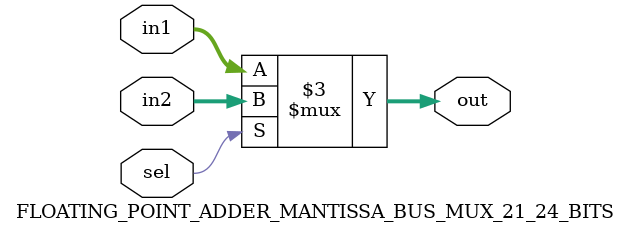
<source format=v>

`timescale 1ns/1ps

module FLOATING_POINT_ADDER_MANTISSA_BUS_MUX_21_24_BITS(out, in1, in2, sel);
	input[23:0] in1, in2;
	input sel;
	output reg[23:0] out;

	always @(*) begin
		if (sel)
			out = in2;
		else
			out = in1;
	end
endmodule

</source>
